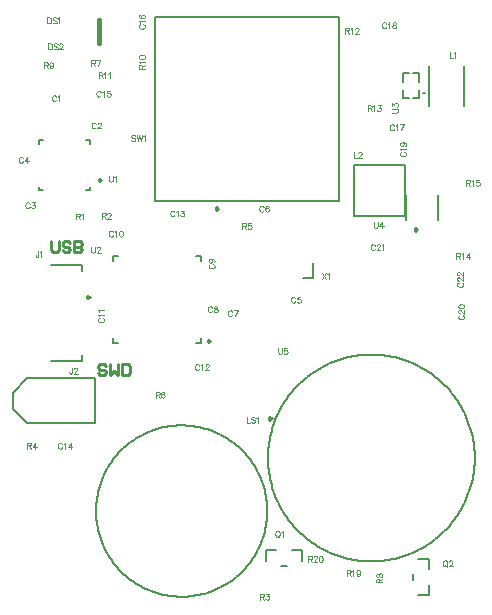
<source format=gto>
G04*
G04 #@! TF.GenerationSoftware,Altium Limited,Altium Designer,25.2.1 (25)*
G04*
G04 Layer_Color=65535*
%FSLAX25Y25*%
%MOIN*%
G70*
G04*
G04 #@! TF.SameCoordinates,E3AB8C20-A1E6-43C1-8624-3ED8289FA371*
G04*
G04*
G04 #@! TF.FilePolarity,Positive*
G04*
G01*
G75*
%ADD10C,0.00984*%
%ADD11C,0.00591*%
%ADD12C,0.00787*%
%ADD13C,0.00500*%
%ADD14C,0.00689*%
%ADD15C,0.01575*%
%ADD16C,0.01000*%
%ADD17C,0.00394*%
D10*
X69232Y131772D02*
X68494Y132198D01*
Y131345D01*
X69232Y131772D01*
X66319Y87559D02*
X65581Y87985D01*
Y87133D01*
X66319Y87559D01*
X86921Y61835D02*
X86183Y62261D01*
Y61408D01*
X86921Y61835D01*
X135335Y124803D02*
X134597Y125229D01*
Y124377D01*
X135335Y124803D01*
X26240Y102264D02*
X25502Y102690D01*
Y101838D01*
X26240Y102264D01*
X30118Y141339D02*
X29380Y141765D01*
Y140912D01*
X30118Y141339D01*
D11*
X154638Y48610D02*
X154623Y49612D01*
X154579Y50613D01*
X154507Y51613D01*
X154405Y52609D01*
X154274Y53603D01*
X154114Y54592D01*
X153926Y55576D01*
X153709Y56555D01*
X153464Y57526D01*
X153191Y58490D01*
X152889Y59446D01*
X152560Y60392D01*
X152204Y61329D01*
X151820Y62255D01*
X151410Y63169D01*
X150974Y64071D01*
X150511Y64960D01*
X150022Y65835D01*
X149509Y66695D01*
X148971Y67540D01*
X148408Y68369D01*
X147821Y69182D01*
X147211Y69977D01*
X146578Y70754D01*
X145923Y71512D01*
X145246Y72250D01*
X144548Y72969D01*
X143829Y73667D01*
X143090Y74344D01*
X142332Y75000D01*
X141555Y75632D01*
X140760Y76242D01*
X139948Y76829D01*
X139119Y77392D01*
X138274Y77930D01*
X137413Y78444D01*
X136538Y78932D01*
X135650Y79395D01*
X134748Y79831D01*
X133833Y80242D01*
X132908Y80625D01*
X131971Y80981D01*
X131025Y81310D01*
X130069Y81612D01*
X129105Y81885D01*
X128133Y82130D01*
X127155Y82347D01*
X126171Y82536D01*
X125182Y82695D01*
X124188Y82826D01*
X123191Y82928D01*
X122192Y83001D01*
X121191Y83044D01*
X120189Y83059D01*
X119187Y83044D01*
X118186Y83001D01*
X117187Y82928D01*
X116190Y82826D01*
X115196Y82695D01*
X114207Y82536D01*
X113223Y82347D01*
X112245Y82130D01*
X111273Y81885D01*
X110309Y81612D01*
X109353Y81310D01*
X108407Y80981D01*
X107470Y80625D01*
X106544Y80242D01*
X105630Y79831D01*
X104728Y79395D01*
X103840Y78932D01*
X102965Y78444D01*
X102104Y77930D01*
X101259Y77392D01*
X100430Y76829D01*
X99618Y76243D01*
X98823Y75632D01*
X98046Y75000D01*
X97288Y74344D01*
X96549Y73667D01*
X95830Y72969D01*
X95132Y72250D01*
X94455Y71512D01*
X93800Y70754D01*
X93167Y69977D01*
X92557Y69182D01*
X91970Y68369D01*
X91407Y67540D01*
X90869Y66695D01*
X90355Y65835D01*
X89867Y64960D01*
X89404Y64071D01*
X88968Y63169D01*
X88557Y62255D01*
X88174Y61329D01*
X87818Y60392D01*
X87489Y59446D01*
X87187Y58490D01*
X86914Y57526D01*
X86669Y56555D01*
X86452Y55576D01*
X86264Y54592D01*
X86104Y53603D01*
X85973Y52609D01*
X85871Y51613D01*
X85798Y50613D01*
X85755Y49612D01*
X85740Y48610D01*
X85755Y47608D01*
X85798Y46607D01*
X85871Y45608D01*
X85973Y44611D01*
X86104Y43617D01*
X86264Y42628D01*
X86452Y41644D01*
X86669Y40666D01*
X86914Y39694D01*
X87187Y38730D01*
X87489Y37775D01*
X87818Y36828D01*
X88174Y35891D01*
X88558Y34966D01*
X88968Y34051D01*
X89404Y33149D01*
X89867Y32261D01*
X90355Y31386D01*
X90869Y30525D01*
X91408Y29680D01*
X91970Y28851D01*
X92557Y28039D01*
X93167Y27244D01*
X93800Y26467D01*
X94455Y25709D01*
X95132Y24970D01*
X95830Y24251D01*
X96549Y23553D01*
X97288Y22876D01*
X98046Y22221D01*
X98823Y21588D01*
X99618Y20978D01*
X100430Y20391D01*
X101259Y19829D01*
X102104Y19290D01*
X102965Y18777D01*
X103840Y18288D01*
X104728Y17826D01*
X105630Y17389D01*
X106545Y16979D01*
X107470Y16595D01*
X108407Y16239D01*
X109353Y15910D01*
X110309Y15609D01*
X111273Y15335D01*
X112245Y15090D01*
X113223Y14873D01*
X114207Y14685D01*
X115196Y14525D01*
X116190Y14394D01*
X117187Y14292D01*
X118186Y14220D01*
X119187Y14176D01*
X120189Y14161D01*
X121191Y14176D01*
X122192Y14220D01*
X123191Y14292D01*
X124188Y14394D01*
X125182Y14525D01*
X126171Y14685D01*
X127155Y14873D01*
X128133Y15090D01*
X129105Y15335D01*
X130069Y15609D01*
X131025Y15910D01*
X131971Y16239D01*
X132908Y16595D01*
X133834Y16979D01*
X134748Y17389D01*
X135650Y17826D01*
X136538Y18288D01*
X137413Y18777D01*
X138274Y19290D01*
X139119Y19829D01*
X139948Y20391D01*
X140760Y20978D01*
X141555Y21588D01*
X142332Y22221D01*
X143090Y22876D01*
X143829Y23553D01*
X144548Y24251D01*
X145246Y24970D01*
X145923Y25709D01*
X146578Y26467D01*
X147211Y27244D01*
X147821Y28039D01*
X148408Y28851D01*
X148970Y29680D01*
X149509Y30525D01*
X150022Y31386D01*
X150511Y32261D01*
X150973Y33149D01*
X151410Y34051D01*
X151820Y34966D01*
X152204Y35891D01*
X152560Y36828D01*
X152889Y37774D01*
X153191Y38730D01*
X153464Y39694D01*
X153709Y40666D01*
X153926Y41644D01*
X154114Y42628D01*
X154274Y43617D01*
X154405Y44611D01*
X154507Y45608D01*
X154579Y46607D01*
X154623Y47608D01*
X154638Y48610D01*
X85472Y30945D02*
X85455Y31947D01*
X85402Y32947D01*
X85314Y33945D01*
X85192Y34939D01*
X85034Y35929D01*
X84842Y36912D01*
X84615Y37888D01*
X84354Y38855D01*
X84060Y39813D01*
X83732Y40760D01*
X83371Y41694D01*
X82977Y42616D01*
X82552Y43522D01*
X82095Y44414D01*
X81607Y45289D01*
X81088Y46146D01*
X80540Y46984D01*
X79962Y47803D01*
X79356Y48601D01*
X78723Y49377D01*
X78062Y50131D01*
X77376Y50861D01*
X76665Y51566D01*
X75929Y52246D01*
X75170Y52899D01*
X74388Y53526D01*
X73585Y54125D01*
X72761Y54695D01*
X71918Y55236D01*
X71056Y55747D01*
X70177Y56228D01*
X69281Y56677D01*
X68371Y57095D01*
X67446Y57480D01*
X66508Y57833D01*
X65559Y58152D01*
X64599Y58438D01*
X63629Y58691D01*
X62651Y58909D01*
X61666Y59092D01*
X60676Y59241D01*
X59680Y59355D01*
X58681Y59434D01*
X57680Y59478D01*
X56679Y59487D01*
X55677Y59461D01*
X54677Y59399D01*
X53680Y59303D01*
X52687Y59171D01*
X51699Y59005D01*
X50717Y58804D01*
X49743Y58569D01*
X48778Y58300D01*
X47823Y57997D01*
X46880Y57661D01*
X45948Y57291D01*
X45030Y56890D01*
X44127Y56456D01*
X43240Y55991D01*
X42369Y55496D01*
X41517Y54969D01*
X40683Y54414D01*
X39869Y53829D01*
X39077Y53216D01*
X38306Y52576D01*
X37559Y51909D01*
X36835Y51216D01*
X36136Y50499D01*
X35462Y49757D01*
X34815Y48992D01*
X34196Y48205D01*
X33604Y47396D01*
X33041Y46568D01*
X32507Y45720D01*
X32004Y44854D01*
X31531Y43970D01*
X31090Y43071D01*
X30680Y42157D01*
X30303Y41229D01*
X29958Y40288D01*
X29647Y39335D01*
X29369Y38373D01*
X29126Y37401D01*
X28916Y36421D01*
X28741Y35435D01*
X28601Y34443D01*
X28496Y33447D01*
X28425Y32447D01*
X28390Y31446D01*
X28390Y30444D01*
X28425Y29443D01*
X28496Y28443D01*
X28601Y27447D01*
X28741Y26455D01*
X28916Y25469D01*
X29125Y24489D01*
X29369Y23517D01*
X29647Y22555D01*
X29958Y21602D01*
X30303Y20661D01*
X30680Y19733D01*
X31089Y18819D01*
X31531Y17920D01*
X32004Y17036D01*
X32507Y16170D01*
X33041Y15322D01*
X33604Y14493D01*
X34196Y13685D01*
X34815Y12898D01*
X35462Y12133D01*
X36136Y11391D01*
X36835Y10673D01*
X37558Y9981D01*
X38306Y9314D01*
X39077Y8674D01*
X39869Y8061D01*
X40683Y7476D01*
X41517Y6921D01*
X42369Y6394D01*
X43240Y5898D01*
X44127Y5434D01*
X45030Y5000D01*
X45948Y4598D01*
X46880Y4229D01*
X47823Y3893D01*
X48778Y3590D01*
X49743Y3321D01*
X50717Y3086D01*
X51699Y2885D01*
X52687Y2719D01*
X53680Y2587D01*
X54677Y2491D01*
X55677Y2429D01*
X56678Y2403D01*
X57680Y2411D01*
X58681Y2455D01*
X59680Y2534D01*
X60675Y2648D01*
X61666Y2797D01*
X62651Y2981D01*
X63629Y3199D01*
X64598Y3451D01*
X65558Y3737D01*
X66508Y4057D01*
X67446Y4410D01*
X68370Y4795D01*
X69281Y5213D01*
X70177Y5662D01*
X71056Y6143D01*
X71917Y6654D01*
X72761Y7194D01*
X73585Y7765D01*
X74388Y8364D01*
X75169Y8990D01*
X75929Y9644D01*
X76665Y10324D01*
X77376Y11029D01*
X78062Y11759D01*
X78723Y12512D01*
X79356Y13288D01*
X79962Y14086D01*
X80539Y14905D01*
X81088Y15744D01*
X81606Y16601D01*
X82095Y17476D01*
X82552Y18367D01*
X82977Y19274D01*
X83371Y20195D01*
X83732Y21130D01*
X84060Y22077D01*
X84354Y23034D01*
X84615Y24002D01*
X84842Y24978D01*
X85034Y25961D01*
X85192Y26950D01*
X85314Y27944D01*
X85402Y28942D01*
X85455Y29943D01*
X85472Y30945D01*
D12*
X138114Y170319D02*
X137327D01*
X138114D01*
X48031Y134331D02*
X109449D01*
Y195748D01*
X48031D02*
X109449D01*
X48031Y134331D02*
Y195748D01*
X63268Y86968D02*
Y88642D01*
X61594Y86968D02*
X63268D01*
X34134D02*
X35807D01*
X34134D02*
Y88642D01*
Y114429D02*
Y116102D01*
X35807D01*
X63268Y114429D02*
Y116102D01*
X61594D02*
X63268D01*
X131693Y127953D02*
Y136221D01*
X142323Y127953D02*
Y136221D01*
X131272Y129354D02*
Y146283D01*
X114342Y129354D02*
X131272D01*
X114342D02*
Y146283D01*
X131272D01*
X139259Y165933D02*
Y179343D01*
X151095Y165933D02*
Y179343D01*
X85138Y14331D02*
Y18012D01*
X93701D02*
X96949D01*
X85138D02*
X88386D01*
X96949Y14331D02*
Y18012D01*
X89961Y12500D02*
X92126D01*
X134055Y7874D02*
Y10039D01*
X135886Y3051D02*
X139567D01*
Y11614D02*
Y14862D01*
Y3051D02*
Y6299D01*
X135886Y14862D02*
X139567D01*
X97339Y108718D02*
X100854D01*
Y113563D01*
X23779Y111122D02*
Y112972D01*
Y81122D02*
Y82973D01*
X13248Y81122D02*
X23779D01*
X13248Y112972D02*
X23779D01*
X9547Y137795D02*
X10827D01*
X9547D02*
Y139075D01*
Y153445D02*
Y154724D01*
X10827D01*
X25197D02*
X26476D01*
Y153445D02*
Y154724D01*
X25197Y137795D02*
X26476D01*
Y139075D01*
D13*
X134177Y168567D02*
X135929D01*
Y171402D01*
X130850Y168567D02*
X132602D01*
X130850D02*
Y171402D01*
X135929Y173961D02*
Y176795D01*
X134177D02*
X135929D01*
X130850D02*
X132602D01*
X130850Y173961D02*
Y176795D01*
D14*
X5382Y60193D02*
X28216D01*
X658Y64917D02*
X5382Y60193D01*
X658Y64917D02*
Y70429D01*
X5382Y75153D01*
X28216D01*
Y60193D02*
Y75153D01*
D15*
X29439Y187028D02*
Y190177D01*
X29429Y191339D02*
Y194488D01*
D16*
X13303Y121078D02*
Y117798D01*
X13959Y117142D01*
X15271D01*
X15927Y117798D01*
Y121078D01*
X19863Y120422D02*
X19207Y121078D01*
X17895D01*
X17239Y120422D01*
Y119766D01*
X17895Y119110D01*
X19207D01*
X19863Y118454D01*
Y117798D01*
X19207Y117142D01*
X17895D01*
X17239Y117798D01*
X21175Y121078D02*
Y117142D01*
X23143D01*
X23798Y117798D01*
Y118454D01*
X23143Y119110D01*
X21175D01*
X23143D01*
X23798Y119766D01*
Y120422D01*
X23143Y121078D01*
X21175D01*
X31840Y79433D02*
X31184Y80089D01*
X29873D01*
X29217Y79433D01*
Y78777D01*
X29873Y78121D01*
X31184D01*
X31840Y77465D01*
Y76810D01*
X31184Y76153D01*
X29873D01*
X29217Y76810D01*
X33152Y80089D02*
Y76153D01*
X34464Y77465D01*
X35776Y76153D01*
Y80089D01*
X37088D02*
Y76153D01*
X39056D01*
X39712Y76810D01*
Y79433D01*
X39056Y80089D01*
X37088D01*
D17*
X121007Y127264D02*
Y125858D01*
X121101Y125577D01*
X121288Y125389D01*
X121569Y125295D01*
X121757D01*
X122038Y125389D01*
X122225Y125577D01*
X122319Y125858D01*
Y127264D01*
X123800D02*
X122863Y125952D01*
X124268D01*
X123800Y127264D02*
Y125295D01*
X151841Y141378D02*
Y139410D01*
Y141378D02*
X152684D01*
X152965Y141284D01*
X153059Y141190D01*
X153153Y141003D01*
Y140815D01*
X153059Y140628D01*
X152965Y140534D01*
X152684Y140441D01*
X151841D01*
X152497D02*
X153153Y139410D01*
X153593Y141003D02*
X153780Y141097D01*
X154062Y141378D01*
Y139410D01*
X156161Y141378D02*
X155224D01*
X155130Y140534D01*
X155224Y140628D01*
X155505Y140722D01*
X155786D01*
X156067Y140628D01*
X156255Y140441D01*
X156348Y140159D01*
Y139972D01*
X156255Y139691D01*
X156067Y139503D01*
X155786Y139410D01*
X155505D01*
X155224Y139503D01*
X155130Y139597D01*
X155036Y139785D01*
X148487Y116890D02*
Y114921D01*
Y116890D02*
X149330D01*
X149611Y116796D01*
X149705Y116702D01*
X149799Y116515D01*
Y116327D01*
X149705Y116140D01*
X149611Y116046D01*
X149330Y115952D01*
X148487D01*
X149143D02*
X149799Y114921D01*
X150239Y116515D02*
X150427Y116608D01*
X150708Y116890D01*
Y114921D01*
X152620Y116890D02*
X151682Y115577D01*
X153088D01*
X152620Y116890D02*
Y114921D01*
X114422Y150669D02*
Y148701D01*
X115547D01*
X115856Y150200D02*
Y150294D01*
X115949Y150482D01*
X116043Y150575D01*
X116231Y150669D01*
X116605D01*
X116793Y150575D01*
X116887Y150482D01*
X116980Y150294D01*
Y150107D01*
X116887Y149919D01*
X116699Y149638D01*
X115762Y148701D01*
X117074D01*
X149248Y107083D02*
X149061Y106989D01*
X148873Y106802D01*
X148780Y106614D01*
Y106240D01*
X148873Y106052D01*
X149061Y105865D01*
X149248Y105771D01*
X149530Y105677D01*
X149998D01*
X150279Y105771D01*
X150467Y105865D01*
X150654Y106052D01*
X150748Y106240D01*
Y106614D01*
X150654Y106802D01*
X150467Y106989D01*
X150279Y107083D01*
X149248Y107730D02*
X149155D01*
X148967Y107824D01*
X148873Y107917D01*
X148780Y108105D01*
Y108479D01*
X148873Y108667D01*
X148967Y108761D01*
X149155Y108854D01*
X149342D01*
X149530Y108761D01*
X149811Y108573D01*
X150748Y107636D01*
Y108948D01*
X149248Y109482D02*
X149155D01*
X148967Y109576D01*
X148873Y109670D01*
X148780Y109857D01*
Y110232D01*
X148873Y110419D01*
X148967Y110513D01*
X149155Y110607D01*
X149342D01*
X149530Y110513D01*
X149811Y110326D01*
X150748Y109389D01*
Y110701D01*
X121363Y119413D02*
X121269Y119600D01*
X121082Y119788D01*
X120895Y119882D01*
X120520D01*
X120332Y119788D01*
X120145Y119600D01*
X120051Y119413D01*
X119957Y119132D01*
Y118663D01*
X120051Y118382D01*
X120145Y118195D01*
X120332Y118007D01*
X120520Y117914D01*
X120895D01*
X121082Y118007D01*
X121269Y118195D01*
X121363Y118382D01*
X122010Y119413D02*
Y119507D01*
X122104Y119694D01*
X122197Y119788D01*
X122385Y119882D01*
X122759D01*
X122947Y119788D01*
X123041Y119694D01*
X123134Y119507D01*
Y119319D01*
X123041Y119132D01*
X122853Y118851D01*
X121916Y117914D01*
X123228D01*
X123669Y119507D02*
X123856Y119600D01*
X124137Y119882D01*
Y117914D01*
X149642Y96217D02*
X149455Y96123D01*
X149267Y95936D01*
X149173Y95748D01*
Y95373D01*
X149267Y95186D01*
X149455Y94999D01*
X149642Y94905D01*
X149923Y94811D01*
X150392D01*
X150673Y94905D01*
X150860Y94999D01*
X151048Y95186D01*
X151142Y95373D01*
Y95748D01*
X151048Y95936D01*
X150860Y96123D01*
X150673Y96217D01*
X149642Y96864D02*
X149548D01*
X149361Y96957D01*
X149267Y97051D01*
X149173Y97238D01*
Y97613D01*
X149267Y97801D01*
X149361Y97895D01*
X149548Y97988D01*
X149736D01*
X149923Y97895D01*
X150204Y97707D01*
X151142Y96770D01*
Y98082D01*
X149173Y99085D02*
X149267Y98804D01*
X149548Y98616D01*
X150017Y98522D01*
X150298D01*
X150767Y98616D01*
X151048Y98804D01*
X151142Y99085D01*
Y99272D01*
X151048Y99553D01*
X150767Y99741D01*
X150298Y99835D01*
X150017D01*
X149548Y99741D01*
X149267Y99553D01*
X149173Y99272D01*
Y99085D01*
X130193Y150592D02*
X130006Y150498D01*
X129818Y150311D01*
X129725Y150123D01*
Y149748D01*
X129818Y149561D01*
X130006Y149373D01*
X130193Y149280D01*
X130474Y149186D01*
X130943D01*
X131224Y149280D01*
X131412Y149373D01*
X131599Y149561D01*
X131693Y149748D01*
Y150123D01*
X131599Y150311D01*
X131412Y150498D01*
X131224Y150592D01*
X130099Y151145D02*
X130006Y151332D01*
X129725Y151613D01*
X131693D01*
X130381Y153806D02*
X130662Y153712D01*
X130849Y153525D01*
X130943Y153244D01*
Y153150D01*
X130849Y152869D01*
X130662Y152682D01*
X130381Y152588D01*
X130287D01*
X130006Y152682D01*
X129818Y152869D01*
X129725Y153150D01*
Y153244D01*
X129818Y153525D01*
X130006Y153712D01*
X130381Y153806D01*
X130849D01*
X131318Y153712D01*
X131599Y153525D01*
X131693Y153244D01*
Y153057D01*
X131599Y152775D01*
X131412Y152682D01*
X121851Y7129D02*
X123819D01*
X121851D02*
Y7973D01*
X121944Y8254D01*
X122038Y8348D01*
X122225Y8441D01*
X122413D01*
X122600Y8348D01*
X122694Y8254D01*
X122788Y7973D01*
Y7129D01*
Y7785D02*
X123819Y8441D01*
X121851Y9350D02*
X121944Y9069D01*
X122132Y8975D01*
X122319D01*
X122507Y9069D01*
X122600Y9257D01*
X122694Y9631D01*
X122788Y9913D01*
X122975Y10100D01*
X123163Y10194D01*
X123444D01*
X123631Y10100D01*
X123725Y10006D01*
X123819Y9725D01*
Y9350D01*
X123725Y9069D01*
X123631Y8975D01*
X123444Y8882D01*
X123163D01*
X122975Y8975D01*
X122788Y9163D01*
X122694Y9444D01*
X122600Y9819D01*
X122507Y10006D01*
X122319Y10100D01*
X122132D01*
X121944Y10006D01*
X121851Y9725D01*
Y9350D01*
X144596Y14464D02*
X144409Y14370D01*
X144221Y14182D01*
X144128Y13995D01*
X144034Y13714D01*
Y13245D01*
X144128Y12964D01*
X144221Y12777D01*
X144409Y12589D01*
X144596Y12495D01*
X144971D01*
X145159Y12589D01*
X145346Y12777D01*
X145440Y12964D01*
X145533Y13245D01*
Y13714D01*
X145440Y13995D01*
X145346Y14182D01*
X145159Y14370D01*
X144971Y14464D01*
X144596D01*
X144877Y12870D02*
X145440Y12308D01*
X146086Y13995D02*
Y14089D01*
X146180Y14276D01*
X146274Y14370D01*
X146461Y14464D01*
X146836D01*
X147023Y14370D01*
X147117Y14276D01*
X147211Y14089D01*
Y13901D01*
X147117Y13714D01*
X146930Y13433D01*
X145993Y12495D01*
X147305D01*
X26763Y119094D02*
Y117689D01*
X26856Y117407D01*
X27044Y117220D01*
X27325Y117126D01*
X27512D01*
X27793Y117220D01*
X27981Y117407D01*
X28075Y117689D01*
Y119094D01*
X28712Y118626D02*
Y118719D01*
X28806Y118907D01*
X28899Y119001D01*
X29087Y119094D01*
X29462D01*
X29649Y119001D01*
X29743Y118907D01*
X29837Y118719D01*
Y118532D01*
X29743Y118344D01*
X29555Y118063D01*
X28618Y117126D01*
X29930D01*
X89164Y85236D02*
Y83830D01*
X89258Y83549D01*
X89445Y83362D01*
X89727Y83268D01*
X89914D01*
X90195Y83362D01*
X90382Y83549D01*
X90476Y83830D01*
Y85236D01*
X92144D02*
X91207D01*
X91114Y84393D01*
X91207Y84486D01*
X91488Y84580D01*
X91770D01*
X92051Y84486D01*
X92238Y84299D01*
X92332Y84018D01*
Y83830D01*
X92238Y83549D01*
X92051Y83362D01*
X91770Y83268D01*
X91488D01*
X91207Y83362D01*
X91114Y83455D01*
X91020Y83643D01*
X9233Y117519D02*
Y116020D01*
X9139Y115739D01*
X9046Y115645D01*
X8858Y115551D01*
X8671D01*
X8484Y115645D01*
X8390Y115739D01*
X8296Y116020D01*
Y116207D01*
X9739Y117145D02*
X9927Y117238D01*
X10208Y117519D01*
Y115551D01*
X34088Y123941D02*
X33994Y124128D01*
X33807Y124316D01*
X33619Y124409D01*
X33245D01*
X33057Y124316D01*
X32870Y124128D01*
X32776Y123941D01*
X32682Y123660D01*
Y123191D01*
X32776Y122910D01*
X32870Y122722D01*
X33057Y122535D01*
X33245Y122441D01*
X33619D01*
X33807Y122535D01*
X33994Y122722D01*
X34088Y122910D01*
X34641Y124034D02*
X34828Y124128D01*
X35110Y124409D01*
Y122441D01*
X36647Y124409D02*
X36366Y124316D01*
X36178Y124034D01*
X36084Y123566D01*
Y123285D01*
X36178Y122816D01*
X36366Y122535D01*
X36647Y122441D01*
X36834D01*
X37115Y122535D01*
X37303Y122816D01*
X37396Y123285D01*
Y123566D01*
X37303Y124034D01*
X37115Y124316D01*
X36834Y124409D01*
X36647D01*
X32696Y142716D02*
Y141311D01*
X32790Y141029D01*
X32977Y140842D01*
X33259Y140748D01*
X33446D01*
X33727Y140842D01*
X33915Y141029D01*
X34008Y141311D01*
Y142716D01*
X34552Y142341D02*
X34739Y142435D01*
X35020Y142716D01*
Y140748D01*
X62828Y79453D02*
X62735Y79640D01*
X62547Y79827D01*
X62360Y79921D01*
X61985D01*
X61797Y79827D01*
X61610Y79640D01*
X61516Y79453D01*
X61422Y79171D01*
Y78703D01*
X61516Y78422D01*
X61610Y78234D01*
X61797Y78047D01*
X61985Y77953D01*
X62360D01*
X62547Y78047D01*
X62735Y78234D01*
X62828Y78422D01*
X63381Y79546D02*
X63569Y79640D01*
X63850Y79921D01*
Y77953D01*
X64918Y79453D02*
Y79546D01*
X65012Y79734D01*
X65106Y79827D01*
X65293Y79921D01*
X65668D01*
X65855Y79827D01*
X65949Y79734D01*
X66043Y79546D01*
Y79359D01*
X65949Y79171D01*
X65762Y78890D01*
X64824Y77953D01*
X66136D01*
X67093Y98744D02*
X67000Y98931D01*
X66812Y99119D01*
X66625Y99212D01*
X66250D01*
X66062Y99119D01*
X65875Y98931D01*
X65781Y98744D01*
X65688Y98463D01*
Y97994D01*
X65781Y97713D01*
X65875Y97526D01*
X66062Y97338D01*
X66250Y97244D01*
X66625D01*
X66812Y97338D01*
X67000Y97526D01*
X67093Y97713D01*
X68115Y99212D02*
X67834Y99119D01*
X67740Y98931D01*
Y98744D01*
X67834Y98556D01*
X68021Y98463D01*
X68396Y98369D01*
X68677Y98275D01*
X68865Y98088D01*
X68958Y97900D01*
Y97619D01*
X68865Y97432D01*
X68771Y97338D01*
X68490Y97244D01*
X68115D01*
X67834Y97338D01*
X67740Y97432D01*
X67646Y97619D01*
Y97900D01*
X67740Y98088D01*
X67927Y98275D01*
X68208Y98369D01*
X68583Y98463D01*
X68771Y98556D01*
X68865Y98744D01*
Y98931D01*
X68771Y99119D01*
X68490Y99212D01*
X68115D01*
X103811Y110236D02*
X105123Y108268D01*
Y110236D02*
X103811Y108268D01*
X105563Y109861D02*
X105751Y109955D01*
X106032Y110236D01*
Y108268D01*
X127048Y163770D02*
X128453D01*
X128734Y163864D01*
X128922Y164052D01*
X129016Y164333D01*
Y164520D01*
X128922Y164801D01*
X128734Y164989D01*
X128453Y165083D01*
X127048D01*
Y165814D02*
Y166844D01*
X127797Y166282D01*
Y166563D01*
X127891Y166751D01*
X127985Y166844D01*
X128266Y166938D01*
X128453D01*
X128734Y166844D01*
X128922Y166657D01*
X129016Y166376D01*
Y166095D01*
X128922Y165814D01*
X128828Y165720D01*
X128641Y165626D01*
X41493Y155974D02*
X41305Y156162D01*
X41024Y156256D01*
X40649D01*
X40368Y156162D01*
X40181Y155974D01*
Y155787D01*
X40274Y155600D01*
X40368Y155506D01*
X40556Y155412D01*
X41118Y155225D01*
X41305Y155131D01*
X41399Y155037D01*
X41493Y154850D01*
Y154569D01*
X41305Y154381D01*
X41024Y154288D01*
X40649D01*
X40368Y154381D01*
X40181Y154569D01*
X41933Y156256D02*
X42402Y154288D01*
X42870Y156256D02*
X42402Y154288D01*
X42870Y156256D02*
X43339Y154288D01*
X43808Y156256D02*
X43339Y154288D01*
X44201Y155881D02*
X44389Y155974D01*
X44670Y156256D01*
Y154288D01*
X99166Y15945D02*
Y13977D01*
Y15945D02*
X100010D01*
X100291Y15851D01*
X100385Y15757D01*
X100478Y15570D01*
Y15382D01*
X100385Y15195D01*
X100291Y15101D01*
X100010Y15008D01*
X99166D01*
X99822D02*
X100478Y13977D01*
X101013Y15476D02*
Y15570D01*
X101106Y15757D01*
X101200Y15851D01*
X101387Y15945D01*
X101762D01*
X101950Y15851D01*
X102043Y15757D01*
X102137Y15570D01*
Y15382D01*
X102043Y15195D01*
X101856Y14914D01*
X100919Y13977D01*
X102231D01*
X103234Y15945D02*
X102953Y15851D01*
X102765Y15570D01*
X102671Y15101D01*
Y14820D01*
X102765Y14352D01*
X102953Y14070D01*
X103234Y13977D01*
X103421D01*
X103702Y14070D01*
X103890Y14352D01*
X103983Y14820D01*
Y15101D01*
X103890Y15570D01*
X103702Y15851D01*
X103421Y15945D01*
X103234D01*
X111966Y11220D02*
Y9252D01*
Y11220D02*
X112810D01*
X113091Y11127D01*
X113184Y11033D01*
X113278Y10845D01*
Y10658D01*
X113184Y10470D01*
X113091Y10377D01*
X112810Y10283D01*
X111966D01*
X112622D02*
X113278Y9252D01*
X113719Y10845D02*
X113906Y10939D01*
X114187Y11220D01*
Y9252D01*
X116380Y10564D02*
X116287Y10283D01*
X116099Y10096D01*
X115818Y10002D01*
X115724D01*
X115443Y10096D01*
X115256Y10283D01*
X115162Y10564D01*
Y10658D01*
X115256Y10939D01*
X115443Y11127D01*
X115724Y11220D01*
X115818D01*
X116099Y11127D01*
X116287Y10939D01*
X116380Y10564D01*
Y10096D01*
X116287Y9627D01*
X116099Y9346D01*
X115818Y9252D01*
X115630D01*
X115349Y9346D01*
X115256Y9533D01*
X118927Y166181D02*
Y164213D01*
Y166181D02*
X119771D01*
X120052Y166087D01*
X120145Y165993D01*
X120239Y165806D01*
Y165619D01*
X120145Y165431D01*
X120052Y165337D01*
X119771Y165244D01*
X118927D01*
X119583D02*
X120239Y164213D01*
X120680Y165806D02*
X120867Y165900D01*
X121148Y166181D01*
Y164213D01*
X122310Y166181D02*
X123341D01*
X122779Y165431D01*
X123060D01*
X123248Y165337D01*
X123341Y165244D01*
X123435Y164963D01*
Y164775D01*
X123341Y164494D01*
X123154Y164306D01*
X122873Y164213D01*
X122592D01*
X122310Y164306D01*
X122217Y164400D01*
X122123Y164588D01*
X111526Y192086D02*
Y190118D01*
Y192086D02*
X112369D01*
X112650Y191993D01*
X112744Y191899D01*
X112838Y191711D01*
Y191524D01*
X112744Y191337D01*
X112650Y191243D01*
X112369Y191149D01*
X111526D01*
X112182D02*
X112838Y190118D01*
X113278Y191711D02*
X113466Y191805D01*
X113747Y192086D01*
Y190118D01*
X114815Y191618D02*
Y191711D01*
X114909Y191899D01*
X115003Y191993D01*
X115190Y192086D01*
X115565D01*
X115752Y191993D01*
X115846Y191899D01*
X115940Y191711D01*
Y191524D01*
X115846Y191337D01*
X115659Y191056D01*
X114721Y190118D01*
X116033D01*
X29270Y177165D02*
Y175197D01*
Y177165D02*
X30114D01*
X30395Y177071D01*
X30488Y176978D01*
X30582Y176790D01*
Y176603D01*
X30488Y176415D01*
X30395Y176322D01*
X30114Y176228D01*
X29270D01*
X29926D02*
X30582Y175197D01*
X31023Y176790D02*
X31210Y176884D01*
X31491Y177165D01*
Y175197D01*
X32466Y176790D02*
X32653Y176884D01*
X32935Y177165D01*
Y175197D01*
X42717Y178455D02*
X44685D01*
X42717D02*
Y179298D01*
X42810Y179579D01*
X42904Y179673D01*
X43092Y179767D01*
X43279D01*
X43466Y179673D01*
X43560Y179579D01*
X43654Y179298D01*
Y178455D01*
Y179111D02*
X44685Y179767D01*
X43092Y180207D02*
X42998Y180395D01*
X42717Y180676D01*
X44685D01*
X42717Y182213D02*
X42810Y181932D01*
X43092Y181744D01*
X43560Y181650D01*
X43841D01*
X44310Y181744D01*
X44591Y181932D01*
X44685Y182213D01*
Y182400D01*
X44591Y182681D01*
X44310Y182869D01*
X43841Y182963D01*
X43560D01*
X43092Y182869D01*
X42810Y182681D01*
X42717Y182400D01*
Y182213D01*
X11113Y180512D02*
Y178543D01*
Y180512D02*
X11957D01*
X12238Y180418D01*
X12331Y180324D01*
X12425Y180137D01*
Y179949D01*
X12331Y179762D01*
X12238Y179668D01*
X11957Y179574D01*
X11113D01*
X11769D02*
X12425Y178543D01*
X14084Y179856D02*
X13990Y179574D01*
X13803Y179387D01*
X13522Y179293D01*
X13428D01*
X13147Y179387D01*
X12959Y179574D01*
X12866Y179856D01*
Y179949D01*
X12959Y180230D01*
X13147Y180418D01*
X13428Y180512D01*
X13522D01*
X13803Y180418D01*
X13990Y180230D01*
X14084Y179856D01*
Y179387D01*
X13990Y178918D01*
X13803Y178637D01*
X13522Y178543D01*
X13334D01*
X13053Y178637D01*
X12959Y178825D01*
X26814Y181299D02*
Y179331D01*
Y181299D02*
X27658D01*
X27939Y181205D01*
X28032Y181112D01*
X28126Y180924D01*
Y180737D01*
X28032Y180549D01*
X27939Y180456D01*
X27658Y180362D01*
X26814D01*
X27470D02*
X28126Y179331D01*
X29879Y181299D02*
X28942Y179331D01*
X28567Y181299D02*
X29879D01*
X48318Y70669D02*
Y68701D01*
Y70669D02*
X49161D01*
X49442Y70575D01*
X49536Y70482D01*
X49630Y70294D01*
Y70107D01*
X49536Y69919D01*
X49442Y69826D01*
X49161Y69732D01*
X48318D01*
X48974D02*
X49630Y68701D01*
X51195Y70388D02*
X51101Y70575D01*
X50820Y70669D01*
X50633D01*
X50351Y70575D01*
X50164Y70294D01*
X50070Y69826D01*
Y69357D01*
X50164Y68982D01*
X50351Y68795D01*
X50633Y68701D01*
X50726D01*
X51007Y68795D01*
X51195Y68982D01*
X51289Y69263D01*
Y69357D01*
X51195Y69638D01*
X51007Y69826D01*
X50726Y69919D01*
X50633D01*
X50351Y69826D01*
X50164Y69638D01*
X50070Y69357D01*
X77208Y126968D02*
Y125000D01*
Y126968D02*
X78051D01*
X78333Y126875D01*
X78426Y126781D01*
X78520Y126593D01*
Y126406D01*
X78426Y126218D01*
X78333Y126125D01*
X78051Y126031D01*
X77208D01*
X77864D02*
X78520Y125000D01*
X80085Y126968D02*
X79148D01*
X79054Y126125D01*
X79148Y126218D01*
X79429Y126312D01*
X79710D01*
X79991Y126218D01*
X80179Y126031D01*
X80273Y125750D01*
Y125563D01*
X80179Y125281D01*
X79991Y125094D01*
X79710Y125000D01*
X79429D01*
X79148Y125094D01*
X79054Y125188D01*
X78960Y125375D01*
X5508Y53740D02*
Y51772D01*
Y53740D02*
X6351D01*
X6632Y53646D01*
X6726Y53553D01*
X6820Y53365D01*
Y53178D01*
X6726Y52990D01*
X6632Y52896D01*
X6351Y52803D01*
X5508D01*
X6163D02*
X6820Y51772D01*
X8197Y53740D02*
X7260Y52428D01*
X8666D01*
X8197Y53740D02*
Y51772D01*
X83113Y3346D02*
Y1378D01*
Y3346D02*
X83957D01*
X84238Y3252D01*
X84332Y3159D01*
X84425Y2971D01*
Y2784D01*
X84332Y2596D01*
X84238Y2503D01*
X83957Y2409D01*
X83113D01*
X83769D02*
X84425Y1378D01*
X85053Y3346D02*
X86084D01*
X85522Y2596D01*
X85803D01*
X85991Y2503D01*
X86084Y2409D01*
X86178Y2128D01*
Y1940D01*
X86084Y1659D01*
X85897Y1472D01*
X85616Y1378D01*
X85334D01*
X85053Y1472D01*
X84960Y1566D01*
X84866Y1753D01*
X30358Y130315D02*
Y128347D01*
Y130315D02*
X31201D01*
X31482Y130221D01*
X31576Y130127D01*
X31670Y129940D01*
Y129752D01*
X31576Y129565D01*
X31482Y129471D01*
X31201Y129378D01*
X30358D01*
X31014D02*
X31670Y128347D01*
X32204Y129846D02*
Y129940D01*
X32297Y130127D01*
X32391Y130221D01*
X32579Y130315D01*
X32954D01*
X33141Y130221D01*
X33235Y130127D01*
X33328Y129940D01*
Y129752D01*
X33235Y129565D01*
X33047Y129284D01*
X32110Y128347D01*
X33422D01*
X21724Y130118D02*
Y128150D01*
Y130118D02*
X22568D01*
X22849Y130024D01*
X22942Y129930D01*
X23036Y129743D01*
Y129556D01*
X22942Y129368D01*
X22849Y129274D01*
X22568Y129181D01*
X21724D01*
X22380D02*
X23036Y128150D01*
X23477Y129743D02*
X23664Y129837D01*
X23945Y130118D01*
Y128150D01*
X88719Y24306D02*
X88531Y24212D01*
X88344Y24025D01*
X88250Y23837D01*
X88156Y23556D01*
Y23088D01*
X88250Y22807D01*
X88344Y22619D01*
X88531Y22432D01*
X88719Y22338D01*
X89094D01*
X89281Y22432D01*
X89468Y22619D01*
X89562Y22807D01*
X89656Y23088D01*
Y23556D01*
X89562Y23837D01*
X89468Y24025D01*
X89281Y24212D01*
X89094Y24306D01*
X88719D01*
X89000Y22713D02*
X89562Y22151D01*
X90115Y23931D02*
X90303Y24025D01*
X90584Y24306D01*
Y22338D01*
X78731Y62401D02*
Y60433D01*
X79856D01*
X81383Y62120D02*
X81196Y62308D01*
X80915Y62401D01*
X80540D01*
X80259Y62308D01*
X80071Y62120D01*
Y61933D01*
X80165Y61745D01*
X80259Y61652D01*
X80446Y61558D01*
X81008Y61370D01*
X81196Y61277D01*
X81290Y61183D01*
X81383Y60996D01*
Y60714D01*
X81196Y60527D01*
X80915Y60433D01*
X80540D01*
X80259Y60527D01*
X80071Y60714D01*
X81824Y62027D02*
X82011Y62120D01*
X82292Y62401D01*
Y60433D01*
X146418Y184055D02*
Y182087D01*
X147543D01*
X147759Y183680D02*
X147946Y183774D01*
X148227Y184055D01*
Y182087D01*
X20426Y78740D02*
Y77241D01*
X20332Y76959D01*
X20238Y76866D01*
X20051Y76772D01*
X19863D01*
X19676Y76866D01*
X19582Y76959D01*
X19489Y77241D01*
Y77428D01*
X21025Y78271D02*
Y78365D01*
X21119Y78553D01*
X21213Y78646D01*
X21400Y78740D01*
X21775D01*
X21963Y78646D01*
X22056Y78553D01*
X22150Y78365D01*
Y78178D01*
X22056Y77990D01*
X21869Y77709D01*
X20932Y76772D01*
X22244D01*
X12186Y195472D02*
Y193504D01*
Y195472D02*
X12842D01*
X13124Y195378D01*
X13311Y195191D01*
X13405Y195004D01*
X13498Y194722D01*
Y194254D01*
X13405Y193973D01*
X13311Y193785D01*
X13124Y193598D01*
X12842Y193504D01*
X12186D01*
X15251Y195191D02*
X15064Y195378D01*
X14782Y195472D01*
X14408D01*
X14126Y195378D01*
X13939Y195191D01*
Y195004D01*
X14033Y194816D01*
X14126Y194722D01*
X14314Y194629D01*
X14876Y194441D01*
X15064Y194348D01*
X15157Y194254D01*
X15251Y194067D01*
Y193785D01*
X15064Y193598D01*
X14782Y193504D01*
X14408D01*
X14126Y193598D01*
X13939Y193785D01*
X15691Y195097D02*
X15879Y195191D01*
X16160Y195472D01*
Y193504D01*
X12552Y186811D02*
Y184843D01*
Y186811D02*
X13208D01*
X13489Y186717D01*
X13677Y186530D01*
X13770Y186342D01*
X13864Y186061D01*
Y185592D01*
X13770Y185311D01*
X13677Y185124D01*
X13489Y184936D01*
X13208Y184843D01*
X12552D01*
X15617Y186530D02*
X15429Y186717D01*
X15148Y186811D01*
X14773D01*
X14492Y186717D01*
X14305Y186530D01*
Y186342D01*
X14398Y186155D01*
X14492Y186061D01*
X14680Y185967D01*
X15242Y185780D01*
X15429Y185686D01*
X15523Y185592D01*
X15617Y185405D01*
Y185124D01*
X15429Y184936D01*
X15148Y184843D01*
X14773D01*
X14492Y184936D01*
X14305Y185124D01*
X16151Y186342D02*
Y186436D01*
X16245Y186623D01*
X16338Y186717D01*
X16526Y186811D01*
X16901D01*
X17088Y186717D01*
X17182Y186623D01*
X17276Y186436D01*
Y186249D01*
X17182Y186061D01*
X16994Y185780D01*
X16057Y184843D01*
X17369D01*
X125190Y193350D02*
X125097Y193537D01*
X124909Y193725D01*
X124722Y193819D01*
X124347D01*
X124160Y193725D01*
X123972Y193537D01*
X123878Y193350D01*
X123785Y193069D01*
Y192600D01*
X123878Y192319D01*
X123972Y192132D01*
X124160Y191944D01*
X124347Y191851D01*
X124722D01*
X124909Y191944D01*
X125097Y192132D01*
X125190Y192319D01*
X125743Y193444D02*
X125931Y193537D01*
X126212Y193819D01*
Y191851D01*
X127655Y193819D02*
X127374Y193725D01*
X127280Y193537D01*
Y193350D01*
X127374Y193163D01*
X127562Y193069D01*
X127936Y192975D01*
X128218Y192882D01*
X128405Y192694D01*
X128499Y192507D01*
Y192226D01*
X128405Y192038D01*
X128311Y191944D01*
X128030Y191851D01*
X127655D01*
X127374Y191944D01*
X127280Y192038D01*
X127187Y192226D01*
Y192507D01*
X127280Y192694D01*
X127468Y192882D01*
X127749Y192975D01*
X128124Y193069D01*
X128311Y193163D01*
X128405Y193350D01*
Y193537D01*
X128311Y193725D01*
X128030Y193819D01*
X127655D01*
X127789Y159334D02*
X127695Y159522D01*
X127508Y159709D01*
X127320Y159803D01*
X126945D01*
X126758Y159709D01*
X126571Y159522D01*
X126477Y159334D01*
X126383Y159053D01*
Y158585D01*
X126477Y158303D01*
X126571Y158116D01*
X126758Y157929D01*
X126945Y157835D01*
X127320D01*
X127508Y157929D01*
X127695Y158116D01*
X127789Y158303D01*
X128342Y159428D02*
X128529Y159522D01*
X128810Y159803D01*
Y157835D01*
X131097Y159803D02*
X130160Y157835D01*
X129785Y159803D02*
X131097D01*
X43185Y193190D02*
X42998Y193096D01*
X42810Y192909D01*
X42717Y192721D01*
Y192347D01*
X42810Y192159D01*
X42998Y191972D01*
X43185Y191878D01*
X43466Y191784D01*
X43935D01*
X44216Y191878D01*
X44404Y191972D01*
X44591Y192159D01*
X44685Y192347D01*
Y192721D01*
X44591Y192909D01*
X44404Y193096D01*
X44216Y193190D01*
X43092Y193743D02*
X42998Y193930D01*
X42717Y194212D01*
X44685D01*
X42998Y196311D02*
X42810Y196217D01*
X42717Y195936D01*
Y195749D01*
X42810Y195467D01*
X43092Y195280D01*
X43560Y195186D01*
X44029D01*
X44404Y195280D01*
X44591Y195467D01*
X44685Y195749D01*
Y195842D01*
X44591Y196124D01*
X44404Y196311D01*
X44122Y196405D01*
X44029D01*
X43748Y196311D01*
X43560Y196124D01*
X43466Y195842D01*
Y195749D01*
X43560Y195467D01*
X43748Y195280D01*
X44029Y195186D01*
X29954Y170594D02*
X29861Y170782D01*
X29673Y170969D01*
X29486Y171063D01*
X29111D01*
X28923Y170969D01*
X28736Y170782D01*
X28642Y170594D01*
X28548Y170313D01*
Y169844D01*
X28642Y169563D01*
X28736Y169376D01*
X28923Y169188D01*
X29111Y169095D01*
X29486D01*
X29673Y169188D01*
X29861Y169376D01*
X29954Y169563D01*
X30507Y170688D02*
X30695Y170782D01*
X30976Y171063D01*
Y169095D01*
X33075Y171063D02*
X32138D01*
X32044Y170219D01*
X32138Y170313D01*
X32419Y170407D01*
X32700D01*
X32981Y170313D01*
X33169Y170126D01*
X33263Y169844D01*
Y169657D01*
X33169Y169376D01*
X32981Y169188D01*
X32700Y169095D01*
X32419D01*
X32138Y169188D01*
X32044Y169282D01*
X31951Y169470D01*
X17112Y53271D02*
X17018Y53459D01*
X16831Y53646D01*
X16644Y53740D01*
X16269D01*
X16081Y53646D01*
X15894Y53459D01*
X15800Y53271D01*
X15706Y52990D01*
Y52522D01*
X15800Y52241D01*
X15894Y52053D01*
X16081Y51866D01*
X16269Y51772D01*
X16644D01*
X16831Y51866D01*
X17018Y52053D01*
X17112Y52241D01*
X17665Y53365D02*
X17853Y53459D01*
X18134Y53740D01*
Y51772D01*
X20045Y53740D02*
X19108Y52428D01*
X20514D01*
X20045Y53740D02*
Y51772D01*
X54561Y130634D02*
X54467Y130821D01*
X54279Y131008D01*
X54092Y131102D01*
X53717D01*
X53530Y131008D01*
X53342Y130821D01*
X53249Y130634D01*
X53155Y130352D01*
Y129884D01*
X53249Y129603D01*
X53342Y129415D01*
X53530Y129228D01*
X53717Y129134D01*
X54092D01*
X54279Y129228D01*
X54467Y129415D01*
X54561Y129603D01*
X55114Y130727D02*
X55301Y130821D01*
X55582Y131102D01*
Y129134D01*
X56744Y131102D02*
X57775D01*
X57213Y130352D01*
X57494D01*
X57681Y130259D01*
X57775Y130165D01*
X57869Y129884D01*
Y129696D01*
X57775Y129415D01*
X57588Y129228D01*
X57306Y129134D01*
X57025D01*
X56744Y129228D01*
X56651Y129322D01*
X56557Y129509D01*
X29603Y95337D02*
X29415Y95243D01*
X29228Y95056D01*
X29134Y94868D01*
Y94493D01*
X29228Y94306D01*
X29415Y94118D01*
X29603Y94025D01*
X29884Y93931D01*
X30352D01*
X30634Y94025D01*
X30821Y94118D01*
X31008Y94306D01*
X31102Y94493D01*
Y94868D01*
X31008Y95056D01*
X30821Y95243D01*
X30634Y95337D01*
X29509Y95890D02*
X29415Y96077D01*
X29134Y96358D01*
X31102D01*
X29509Y97333D02*
X29415Y97520D01*
X29134Y97801D01*
X31102D01*
X66414Y113203D02*
X66226Y113109D01*
X66039Y112922D01*
X65945Y112734D01*
Y112360D01*
X66039Y112172D01*
X66226Y111985D01*
X66414Y111891D01*
X66695Y111797D01*
X67163D01*
X67445Y111891D01*
X67632Y111985D01*
X67819Y112172D01*
X67913Y112360D01*
Y112734D01*
X67819Y112922D01*
X67632Y113109D01*
X67445Y113203D01*
X66601Y114974D02*
X66882Y114881D01*
X67070Y114693D01*
X67163Y114412D01*
Y114318D01*
X67070Y114037D01*
X66882Y113850D01*
X66601Y113756D01*
X66507D01*
X66226Y113850D01*
X66039Y114037D01*
X65945Y114318D01*
Y114412D01*
X66039Y114693D01*
X66226Y114881D01*
X66601Y114974D01*
X67070D01*
X67538Y114881D01*
X67819Y114693D01*
X67913Y114412D01*
Y114225D01*
X67819Y113944D01*
X67632Y113850D01*
X73786Y97366D02*
X73692Y97553D01*
X73505Y97741D01*
X73318Y97834D01*
X72943D01*
X72755Y97741D01*
X72568Y97553D01*
X72474Y97366D01*
X72380Y97085D01*
Y96616D01*
X72474Y96335D01*
X72568Y96148D01*
X72755Y95960D01*
X72943Y95866D01*
X73318D01*
X73505Y95960D01*
X73692Y96148D01*
X73786Y96335D01*
X75651Y97834D02*
X74714Y95866D01*
X74339Y97834D02*
X75651D01*
X84266Y132208D02*
X84172Y132396D01*
X83985Y132583D01*
X83798Y132677D01*
X83423D01*
X83235Y132583D01*
X83048Y132396D01*
X82954Y132208D01*
X82860Y131927D01*
Y131459D01*
X82954Y131177D01*
X83048Y130990D01*
X83235Y130803D01*
X83423Y130709D01*
X83798D01*
X83985Y130803D01*
X84172Y130990D01*
X84266Y131177D01*
X85944Y132396D02*
X85850Y132583D01*
X85569Y132677D01*
X85381D01*
X85100Y132583D01*
X84913Y132302D01*
X84819Y131834D01*
Y131365D01*
X84913Y130990D01*
X85100Y130803D01*
X85381Y130709D01*
X85475D01*
X85756Y130803D01*
X85944Y130990D01*
X86037Y131271D01*
Y131365D01*
X85944Y131646D01*
X85756Y131834D01*
X85475Y131927D01*
X85381D01*
X85100Y131834D01*
X84913Y131646D01*
X84819Y131365D01*
X94849Y101893D02*
X94755Y102081D01*
X94568Y102268D01*
X94380Y102362D01*
X94006D01*
X93818Y102268D01*
X93631Y102081D01*
X93537Y101893D01*
X93443Y101612D01*
Y101144D01*
X93537Y100863D01*
X93631Y100675D01*
X93818Y100488D01*
X94006Y100394D01*
X94380D01*
X94568Y100488D01*
X94755Y100675D01*
X94849Y100863D01*
X96527Y102362D02*
X95590D01*
X95496Y101518D01*
X95590Y101612D01*
X95871Y101706D01*
X96152D01*
X96433Y101612D01*
X96620Y101425D01*
X96714Y101144D01*
Y100956D01*
X96620Y100675D01*
X96433Y100488D01*
X96152Y100394D01*
X95871D01*
X95590Y100488D01*
X95496Y100581D01*
X95402Y100769D01*
X4054Y148547D02*
X3960Y148734D01*
X3773Y148922D01*
X3586Y149015D01*
X3211D01*
X3023Y148922D01*
X2836Y148734D01*
X2742Y148547D01*
X2648Y148266D01*
Y147797D01*
X2742Y147516D01*
X2836Y147329D01*
X3023Y147141D01*
X3211Y147047D01*
X3586D01*
X3773Y147141D01*
X3960Y147329D01*
X4054Y147516D01*
X5544Y149015D02*
X4607Y147704D01*
X6013D01*
X5544Y149015D02*
Y147047D01*
X6266Y133389D02*
X6173Y133577D01*
X5985Y133764D01*
X5798Y133858D01*
X5423D01*
X5235Y133764D01*
X5048Y133577D01*
X4954Y133389D01*
X4861Y133108D01*
Y132640D01*
X4954Y132359D01*
X5048Y132171D01*
X5235Y131984D01*
X5423Y131890D01*
X5798D01*
X5985Y131984D01*
X6173Y132171D01*
X6266Y132359D01*
X7007Y133858D02*
X8038D01*
X7475Y133108D01*
X7757D01*
X7944Y133015D01*
X8038Y132921D01*
X8131Y132640D01*
Y132452D01*
X8038Y132171D01*
X7850Y131984D01*
X7569Y131890D01*
X7288D01*
X7007Y131984D01*
X6913Y132077D01*
X6819Y132265D01*
X28314Y159964D02*
X28220Y160152D01*
X28032Y160339D01*
X27845Y160433D01*
X27470D01*
X27283Y160339D01*
X27095Y160152D01*
X27002Y159964D01*
X26908Y159683D01*
Y159214D01*
X27002Y158933D01*
X27095Y158746D01*
X27283Y158558D01*
X27470Y158465D01*
X27845D01*
X28032Y158558D01*
X28220Y158746D01*
X28314Y158933D01*
X28960Y159964D02*
Y160058D01*
X29054Y160245D01*
X29148Y160339D01*
X29335Y160433D01*
X29710D01*
X29897Y160339D01*
X29991Y160245D01*
X30085Y160058D01*
Y159871D01*
X29991Y159683D01*
X29804Y159402D01*
X28867Y158465D01*
X30179D01*
X15153Y169019D02*
X15059Y169207D01*
X14872Y169394D01*
X14684Y169488D01*
X14309D01*
X14122Y169394D01*
X13934Y169207D01*
X13841Y169019D01*
X13747Y168738D01*
Y168270D01*
X13841Y167989D01*
X13934Y167801D01*
X14122Y167614D01*
X14309Y167520D01*
X14684D01*
X14872Y167614D01*
X15059Y167801D01*
X15153Y167989D01*
X15706Y169113D02*
X15893Y169207D01*
X16174Y169488D01*
Y167520D01*
M02*

</source>
